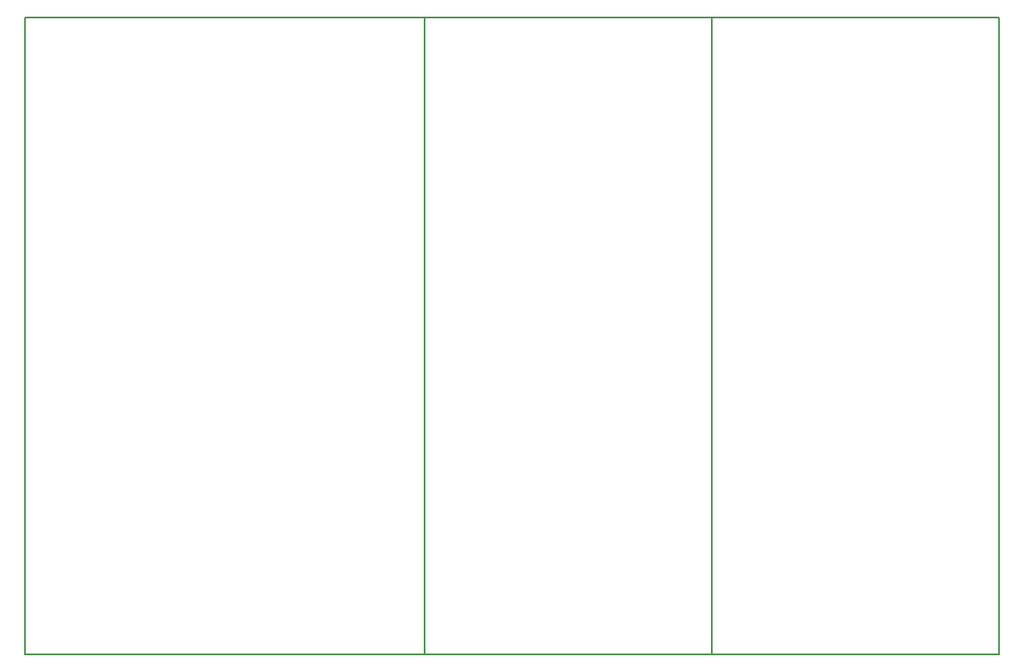
<source format=gbr>
G04 #@! TF.GenerationSoftware,KiCad,Pcbnew,(5.0.0-rc2-dev-471-ge4feb315d)*
G04 #@! TF.CreationDate,2018-05-05T14:20:45+01:00*
G04 #@! TF.ProjectId,panel,70616E656C2E6B696361645F70636200,rev?*
G04 #@! TF.SameCoordinates,Original*
G04 #@! TF.FileFunction,Profile,NP*
%FSLAX46Y46*%
G04 Gerber Fmt 4.6, Leading zero omitted, Abs format (unit mm)*
G04 Created by KiCad (PCBNEW (5.0.0-rc2-dev-471-ge4feb315d)) date Sat May  5 14:20:45 2018*
%MOMM*%
%LPD*%
G01*
G04 APERTURE LIST*
%ADD10C,0.200000*%
%ADD11C,0.150000*%
G04 APERTURE END LIST*
D10*
X144145000Y-86995000D02*
X144145000Y-151765000D01*
X173355000Y-86995000D02*
X144145000Y-86995000D01*
X173355000Y-151765000D02*
X173355000Y-86995000D01*
X144145000Y-151765000D02*
X173355000Y-151765000D01*
X114935000Y-86995000D02*
X114935000Y-151765000D01*
X144145000Y-86995000D02*
X114935000Y-86995000D01*
X144145000Y-151765000D02*
X144145000Y-86995000D01*
X114935000Y-151765000D02*
X144145000Y-151765000D01*
D11*
X114935000Y-86995000D02*
X74295000Y-86995000D01*
X114935000Y-151765000D02*
X114935000Y-86995000D01*
X74295000Y-151765000D02*
X74295000Y-86995000D01*
X74295000Y-151765000D02*
X114935000Y-151765000D01*
M02*

</source>
